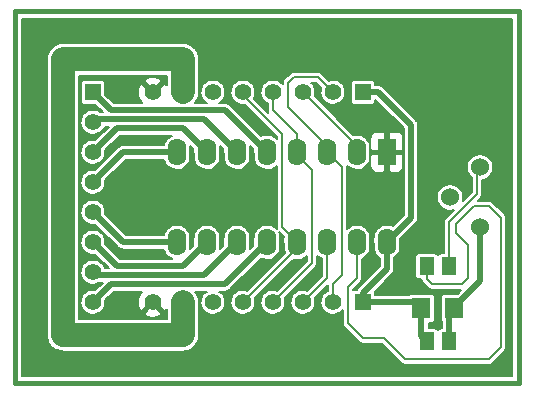
<source format=gtl>
G04 (created by PCBNEW-RS274X (2011-07-08)-stable) date Fri 07 Oct 2011 01:39:22 PM CEST*
G01*
G70*
G90*
%MOIN*%
G04 Gerber Fmt 3.4, Leading zero omitted, Abs format*
%FSLAX34Y34*%
G04 APERTURE LIST*
%ADD10C,0.006000*%
%ADD11C,0.015000*%
%ADD12R,0.055000X0.055000*%
%ADD13C,0.055000*%
%ADD14R,0.051100X0.059000*%
%ADD15R,0.062900X0.070800*%
%ADD16C,0.060000*%
%ADD17R,0.062000X0.090000*%
%ADD18O,0.062000X0.090000*%
%ADD19C,0.008000*%
%ADD20C,0.020000*%
%ADD21C,0.080000*%
G04 APERTURE END LIST*
G54D10*
G54D11*
X58500Y-29800D02*
X41700Y-29800D01*
X41700Y-17400D02*
X58500Y-17400D01*
X58500Y-29800D02*
X58500Y-17400D01*
X41700Y-17400D02*
X41700Y-29800D01*
G54D12*
X44300Y-20100D03*
G54D13*
X44300Y-21100D03*
X44300Y-22100D03*
X44300Y-23100D03*
X44300Y-24100D03*
X44300Y-25100D03*
X44300Y-26100D03*
X44300Y-27100D03*
G54D12*
X43300Y-20100D03*
G54D13*
X43300Y-21100D03*
X43300Y-22100D03*
X43300Y-23100D03*
X43300Y-24100D03*
X43300Y-25100D03*
X43300Y-26100D03*
X43300Y-27100D03*
G54D12*
X53300Y-20100D03*
G54D13*
X52300Y-20100D03*
X51300Y-20100D03*
X50300Y-20100D03*
X49300Y-20100D03*
X48300Y-20100D03*
X47300Y-20100D03*
X46300Y-20100D03*
G54D12*
X53300Y-27100D03*
G54D13*
X52300Y-27100D03*
X51300Y-27100D03*
X50300Y-27100D03*
X49300Y-27100D03*
X48300Y-27100D03*
X47300Y-27100D03*
X46300Y-27100D03*
G54D14*
X56174Y-25900D03*
X55426Y-25900D03*
G54D15*
X55249Y-27300D03*
X56351Y-27300D03*
G54D14*
X55426Y-28400D03*
X56174Y-28400D03*
G54D16*
X57200Y-24600D03*
X56200Y-23600D03*
X57200Y-22600D03*
G54D17*
X54100Y-22100D03*
G54D18*
X53100Y-22100D03*
X52100Y-22100D03*
X51100Y-22100D03*
X50100Y-22100D03*
X49100Y-22100D03*
X48100Y-22100D03*
X47100Y-22100D03*
X47100Y-25100D03*
X48100Y-25100D03*
X49100Y-25100D03*
X50100Y-25100D03*
X51100Y-25100D03*
X52100Y-25100D03*
X53100Y-25100D03*
X54100Y-25100D03*
G54D19*
X50300Y-20100D02*
X50300Y-20700D01*
X51100Y-21500D02*
X51100Y-22100D01*
X50300Y-20700D02*
X51100Y-21500D01*
X51100Y-22100D02*
X51100Y-22200D01*
X51600Y-25800D02*
X50300Y-27100D01*
X51600Y-22700D02*
X51600Y-25800D01*
X51100Y-22200D02*
X51600Y-22700D01*
X50600Y-22600D02*
X50600Y-24600D01*
X49300Y-20200D02*
X50600Y-21500D01*
X50600Y-21500D02*
X50600Y-22600D01*
X49300Y-20100D02*
X49300Y-20200D01*
X50600Y-24600D02*
X51100Y-25100D01*
X51100Y-25100D02*
X51100Y-25100D01*
X51100Y-25100D02*
X51100Y-25300D01*
X51100Y-25300D02*
X49300Y-27100D01*
G54D20*
X50100Y-22100D02*
X48700Y-20700D01*
X44900Y-20700D02*
X44300Y-20100D01*
X48700Y-20700D02*
X44900Y-20700D01*
X49100Y-22100D02*
X48000Y-21000D01*
X44200Y-21000D02*
X44300Y-21100D01*
X48000Y-21000D02*
X44200Y-21000D01*
X48100Y-22100D02*
X47300Y-21300D01*
X45100Y-21300D02*
X44300Y-22100D01*
X47300Y-21300D02*
X45100Y-21300D01*
X47100Y-22100D02*
X45300Y-22100D01*
X45300Y-22100D02*
X44300Y-23100D01*
X47100Y-25100D02*
X45300Y-25100D01*
X45300Y-25100D02*
X44300Y-24100D01*
X48100Y-25100D02*
X47300Y-25900D01*
X45100Y-25900D02*
X44300Y-25100D01*
X47300Y-25900D02*
X45100Y-25900D01*
X49100Y-25100D02*
X48000Y-26200D01*
X44200Y-26200D02*
X44300Y-26100D01*
X48000Y-26200D02*
X44200Y-26200D01*
X50100Y-25100D02*
X48700Y-26500D01*
X44900Y-26500D02*
X44300Y-27100D01*
X48700Y-26500D02*
X44900Y-26500D01*
G54D19*
X53100Y-22100D02*
X53100Y-21900D01*
X53100Y-21900D02*
X51300Y-20100D01*
X52100Y-22100D02*
X52100Y-21900D01*
X51800Y-19600D02*
X52300Y-20100D01*
X51000Y-19600D02*
X51800Y-19600D01*
X50800Y-19800D02*
X51000Y-19600D01*
X50800Y-20600D02*
X50800Y-19800D01*
X52100Y-21900D02*
X50800Y-20600D01*
X52600Y-26200D02*
X52600Y-22600D01*
X52300Y-26500D02*
X52600Y-26200D01*
X52300Y-27100D02*
X52300Y-26500D01*
X52600Y-22600D02*
X52100Y-22100D01*
X52100Y-25100D02*
X52100Y-26300D01*
X52100Y-26300D02*
X51300Y-27100D01*
G54D21*
X43300Y-21100D02*
X43300Y-20100D01*
X43300Y-22100D02*
X43300Y-21100D01*
X43300Y-23100D02*
X43300Y-22100D01*
X43300Y-24100D02*
X43300Y-23100D01*
X43300Y-25100D02*
X43300Y-24100D01*
X43300Y-26100D02*
X43300Y-25100D01*
X43300Y-27100D02*
X43300Y-26100D01*
X47300Y-27100D02*
X47300Y-28200D01*
X43300Y-28200D02*
X43300Y-27100D01*
X47300Y-28200D02*
X43300Y-28200D01*
X47300Y-20100D02*
X47300Y-19000D01*
X47300Y-19000D02*
X43300Y-19000D01*
X43300Y-19000D02*
X43300Y-20100D01*
G54D20*
X56351Y-27300D02*
X56351Y-27249D01*
X57200Y-26400D02*
X57200Y-24600D01*
X56351Y-27249D02*
X57200Y-26400D01*
X56174Y-28400D02*
X56174Y-27477D01*
X56174Y-27477D02*
X56351Y-27300D01*
G54D19*
X57100Y-23500D02*
X57100Y-22700D01*
X56174Y-24426D02*
X57100Y-23500D01*
X56174Y-25900D02*
X56174Y-24426D01*
X57100Y-22700D02*
X57200Y-22600D01*
X55426Y-25900D02*
X55426Y-26326D01*
X57000Y-23900D02*
X56400Y-24500D01*
X54700Y-29000D02*
X55700Y-29000D01*
X54000Y-28300D02*
X54700Y-29000D01*
X53100Y-26300D02*
X53100Y-25100D01*
X52800Y-27800D02*
X53300Y-28300D01*
X52800Y-26600D02*
X52800Y-27800D01*
X53100Y-26300D02*
X52800Y-26600D01*
X53300Y-28300D02*
X54000Y-28300D01*
X57900Y-24300D02*
X57500Y-23900D01*
X57900Y-28600D02*
X57900Y-24300D01*
X57500Y-29000D02*
X57900Y-28600D01*
X55700Y-29000D02*
X57500Y-29000D01*
X57500Y-23900D02*
X57000Y-23900D01*
X56400Y-24800D02*
X56400Y-24500D01*
X56800Y-25200D02*
X56400Y-24800D01*
X56800Y-26300D02*
X56800Y-25200D01*
X56600Y-26500D02*
X56800Y-26300D01*
X55600Y-26500D02*
X56600Y-26500D01*
X55426Y-26326D02*
X55600Y-26500D01*
G54D20*
X53300Y-20100D02*
X53800Y-20100D01*
X54900Y-24300D02*
X54100Y-25100D01*
X54900Y-21200D02*
X54900Y-24300D01*
X53800Y-20100D02*
X54900Y-21200D01*
X55249Y-27300D02*
X55249Y-28223D01*
X55249Y-28223D02*
X55426Y-28400D01*
X53300Y-27100D02*
X55049Y-27100D01*
X55049Y-27100D02*
X55249Y-27300D01*
X53300Y-27100D02*
X53300Y-26800D01*
X54100Y-26000D02*
X54100Y-25100D01*
X53300Y-26800D02*
X54100Y-26000D01*
G54D10*
G36*
X50428Y-24652D02*
X50387Y-24611D01*
X50314Y-24562D01*
X50233Y-24528D01*
X50147Y-24510D01*
X50059Y-24510D01*
X49973Y-24526D01*
X49891Y-24559D01*
X49818Y-24607D01*
X49755Y-24669D01*
X49705Y-24741D01*
X49671Y-24822D01*
X49653Y-24908D01*
X49651Y-24996D01*
X49651Y-25209D01*
X49541Y-25319D01*
X49547Y-25292D01*
X49549Y-25204D01*
X49548Y-24914D01*
X49531Y-24828D01*
X49497Y-24747D01*
X49449Y-24673D01*
X49387Y-24611D01*
X49314Y-24562D01*
X49233Y-24528D01*
X49147Y-24510D01*
X49059Y-24510D01*
X48973Y-24526D01*
X48891Y-24559D01*
X48818Y-24607D01*
X48755Y-24669D01*
X48705Y-24741D01*
X48671Y-24822D01*
X48653Y-24908D01*
X48651Y-24996D01*
X48651Y-25209D01*
X48541Y-25319D01*
X48547Y-25292D01*
X48549Y-25204D01*
X48548Y-24914D01*
X48531Y-24828D01*
X48497Y-24747D01*
X48449Y-24673D01*
X48387Y-24611D01*
X48314Y-24562D01*
X48233Y-24528D01*
X48147Y-24510D01*
X48059Y-24510D01*
X47973Y-24526D01*
X47891Y-24559D01*
X47818Y-24607D01*
X47755Y-24669D01*
X47705Y-24741D01*
X47671Y-24822D01*
X47653Y-24908D01*
X47651Y-24996D01*
X47651Y-25208D01*
X47541Y-25319D01*
X47547Y-25292D01*
X47549Y-25204D01*
X47548Y-24914D01*
X47531Y-24828D01*
X47497Y-24747D01*
X47449Y-24673D01*
X47387Y-24611D01*
X47314Y-24562D01*
X47233Y-24528D01*
X47147Y-24510D01*
X47059Y-24510D01*
X46973Y-24526D01*
X46891Y-24559D01*
X46818Y-24607D01*
X46755Y-24669D01*
X46705Y-24741D01*
X46671Y-24822D01*
X46663Y-24860D01*
X45400Y-24860D01*
X44709Y-24169D01*
X44714Y-24152D01*
X44715Y-24059D01*
X44699Y-23979D01*
X44668Y-23904D01*
X44623Y-23836D01*
X44566Y-23778D01*
X44498Y-23733D01*
X44423Y-23702D01*
X44343Y-23685D01*
X44262Y-23685D01*
X44182Y-23700D01*
X44107Y-23731D01*
X44038Y-23775D01*
X43980Y-23832D01*
X43934Y-23899D01*
X43902Y-23974D01*
X43886Y-24054D01*
X43884Y-24135D01*
X43899Y-24215D01*
X43929Y-24291D01*
X43973Y-24359D01*
X44030Y-24418D01*
X44097Y-24464D01*
X44171Y-24497D01*
X44251Y-24514D01*
X44332Y-24516D01*
X44369Y-24509D01*
X45130Y-25270D01*
X45145Y-25282D01*
X45164Y-25298D01*
X45167Y-25299D01*
X45205Y-25321D01*
X45207Y-25321D01*
X45250Y-25335D01*
X45252Y-25335D01*
X45297Y-25340D01*
X45299Y-25340D01*
X45300Y-25340D01*
X46662Y-25340D01*
X46669Y-25372D01*
X46703Y-25453D01*
X46751Y-25527D01*
X46813Y-25589D01*
X46886Y-25638D01*
X46938Y-25660D01*
X45199Y-25660D01*
X44709Y-25170D01*
X44714Y-25152D01*
X44715Y-25059D01*
X44699Y-24979D01*
X44668Y-24904D01*
X44623Y-24836D01*
X44566Y-24778D01*
X44498Y-24733D01*
X44423Y-24702D01*
X44343Y-24685D01*
X44262Y-24685D01*
X44182Y-24700D01*
X44107Y-24731D01*
X44038Y-24775D01*
X43980Y-24832D01*
X43934Y-24899D01*
X43902Y-24974D01*
X43886Y-25054D01*
X43884Y-25135D01*
X43899Y-25215D01*
X43929Y-25291D01*
X43973Y-25359D01*
X44030Y-25418D01*
X44097Y-25464D01*
X44171Y-25497D01*
X44251Y-25514D01*
X44332Y-25516D01*
X44369Y-25509D01*
X44820Y-25960D01*
X44691Y-25960D01*
X44668Y-25904D01*
X44623Y-25836D01*
X44566Y-25778D01*
X44498Y-25733D01*
X44423Y-25702D01*
X44343Y-25685D01*
X44262Y-25685D01*
X44182Y-25700D01*
X44107Y-25731D01*
X44038Y-25775D01*
X43980Y-25832D01*
X43934Y-25899D01*
X43902Y-25974D01*
X43886Y-26054D01*
X43884Y-26135D01*
X43899Y-26215D01*
X43929Y-26291D01*
X43973Y-26359D01*
X44030Y-26418D01*
X44097Y-26464D01*
X44171Y-26497D01*
X44251Y-26514D01*
X44332Y-26516D01*
X44412Y-26502D01*
X44488Y-26472D01*
X44538Y-26440D01*
X44620Y-26440D01*
X44369Y-26690D01*
X44343Y-26685D01*
X44262Y-26685D01*
X44182Y-26700D01*
X44107Y-26731D01*
X44038Y-26775D01*
X43980Y-26832D01*
X43934Y-26899D01*
X43902Y-26974D01*
X43886Y-27054D01*
X43884Y-27135D01*
X43899Y-27215D01*
X43929Y-27291D01*
X43973Y-27359D01*
X44030Y-27418D01*
X44097Y-27464D01*
X44171Y-27497D01*
X44251Y-27514D01*
X44332Y-27516D01*
X44412Y-27502D01*
X44488Y-27472D01*
X44557Y-27428D01*
X44616Y-27372D01*
X44663Y-27306D01*
X44696Y-27231D01*
X44714Y-27152D01*
X44715Y-27059D01*
X44709Y-27030D01*
X44999Y-26740D01*
X45929Y-26740D01*
X45864Y-26805D01*
X45895Y-26836D01*
X45852Y-26848D01*
X45811Y-26939D01*
X45789Y-27038D01*
X45787Y-27138D01*
X45804Y-27237D01*
X45840Y-27331D01*
X45852Y-27352D01*
X45939Y-27376D01*
X46187Y-27128D01*
X46215Y-27100D01*
X46300Y-27015D01*
X46385Y-27100D01*
X46413Y-27128D01*
X46661Y-27376D01*
X46748Y-27352D01*
X46760Y-27325D01*
X46760Y-27660D01*
X46576Y-27660D01*
X46576Y-27461D01*
X46300Y-27185D01*
X46215Y-27270D01*
X46024Y-27461D01*
X46048Y-27548D01*
X46139Y-27589D01*
X46238Y-27611D01*
X46338Y-27613D01*
X46437Y-27596D01*
X46531Y-27560D01*
X46552Y-27548D01*
X46576Y-27461D01*
X46576Y-27660D01*
X43840Y-27660D01*
X43840Y-27108D01*
X43840Y-27100D01*
X43840Y-26108D01*
X43840Y-26100D01*
X43840Y-25108D01*
X43840Y-25100D01*
X43840Y-24108D01*
X43840Y-24100D01*
X43840Y-23108D01*
X43840Y-23100D01*
X43840Y-22108D01*
X43840Y-22100D01*
X43840Y-21108D01*
X43840Y-21100D01*
X43840Y-20108D01*
X43840Y-20100D01*
X43840Y-19540D01*
X46760Y-19540D01*
X46760Y-19869D01*
X46748Y-19848D01*
X46661Y-19824D01*
X46576Y-19909D01*
X46576Y-19739D01*
X46552Y-19652D01*
X46461Y-19611D01*
X46362Y-19589D01*
X46262Y-19587D01*
X46163Y-19604D01*
X46069Y-19640D01*
X46048Y-19652D01*
X46024Y-19739D01*
X46300Y-20015D01*
X46576Y-19739D01*
X46576Y-19909D01*
X46413Y-20072D01*
X46385Y-20100D01*
X46300Y-20185D01*
X46215Y-20100D01*
X46187Y-20072D01*
X45939Y-19824D01*
X45852Y-19848D01*
X45811Y-19939D01*
X45789Y-20038D01*
X45787Y-20138D01*
X45804Y-20237D01*
X45840Y-20331D01*
X45852Y-20352D01*
X45895Y-20363D01*
X45864Y-20395D01*
X45929Y-20460D01*
X44999Y-20460D01*
X44714Y-20174D01*
X44714Y-19811D01*
X44709Y-19784D01*
X44698Y-19759D01*
X44683Y-19736D01*
X44664Y-19717D01*
X44641Y-19702D01*
X44616Y-19691D01*
X44589Y-19686D01*
X44562Y-19686D01*
X44011Y-19686D01*
X43984Y-19691D01*
X43959Y-19702D01*
X43936Y-19717D01*
X43917Y-19736D01*
X43902Y-19759D01*
X43891Y-19784D01*
X43886Y-19811D01*
X43886Y-19838D01*
X43886Y-20389D01*
X43891Y-20416D01*
X43902Y-20441D01*
X43917Y-20464D01*
X43936Y-20483D01*
X43959Y-20498D01*
X43984Y-20509D01*
X44011Y-20514D01*
X44038Y-20514D01*
X44374Y-20514D01*
X44620Y-20760D01*
X44538Y-20760D01*
X44498Y-20733D01*
X44423Y-20702D01*
X44343Y-20685D01*
X44262Y-20685D01*
X44182Y-20700D01*
X44107Y-20731D01*
X44038Y-20775D01*
X43980Y-20832D01*
X43934Y-20899D01*
X43902Y-20974D01*
X43886Y-21054D01*
X43884Y-21135D01*
X43899Y-21215D01*
X43929Y-21291D01*
X43973Y-21359D01*
X44030Y-21418D01*
X44097Y-21464D01*
X44171Y-21497D01*
X44251Y-21514D01*
X44332Y-21516D01*
X44412Y-21502D01*
X44488Y-21472D01*
X44557Y-21428D01*
X44616Y-21372D01*
X44663Y-21306D01*
X44692Y-21240D01*
X44820Y-21240D01*
X44369Y-21690D01*
X44343Y-21685D01*
X44262Y-21685D01*
X44182Y-21700D01*
X44107Y-21731D01*
X44038Y-21775D01*
X43980Y-21832D01*
X43934Y-21899D01*
X43902Y-21974D01*
X43886Y-22054D01*
X43884Y-22135D01*
X43899Y-22215D01*
X43929Y-22291D01*
X43973Y-22359D01*
X44030Y-22418D01*
X44097Y-22464D01*
X44171Y-22497D01*
X44251Y-22514D01*
X44332Y-22516D01*
X44412Y-22502D01*
X44488Y-22472D01*
X44557Y-22428D01*
X44616Y-22372D01*
X44663Y-22306D01*
X44696Y-22231D01*
X44714Y-22152D01*
X44715Y-22059D01*
X44709Y-22030D01*
X45199Y-21540D01*
X46938Y-21540D01*
X46891Y-21559D01*
X46818Y-21607D01*
X46755Y-21669D01*
X46705Y-21741D01*
X46671Y-21822D01*
X46663Y-21860D01*
X45302Y-21860D01*
X45300Y-21860D01*
X45291Y-21860D01*
X45256Y-21864D01*
X45211Y-21877D01*
X45209Y-21877D01*
X45209Y-21878D01*
X45167Y-21900D01*
X45155Y-21909D01*
X45132Y-21928D01*
X45130Y-21930D01*
X44369Y-22690D01*
X44343Y-22685D01*
X44262Y-22685D01*
X44182Y-22700D01*
X44107Y-22731D01*
X44038Y-22775D01*
X43980Y-22832D01*
X43934Y-22899D01*
X43902Y-22974D01*
X43886Y-23054D01*
X43884Y-23135D01*
X43899Y-23215D01*
X43929Y-23291D01*
X43973Y-23359D01*
X44030Y-23418D01*
X44097Y-23464D01*
X44171Y-23497D01*
X44251Y-23514D01*
X44332Y-23516D01*
X44412Y-23502D01*
X44488Y-23472D01*
X44557Y-23428D01*
X44616Y-23372D01*
X44663Y-23306D01*
X44696Y-23231D01*
X44714Y-23152D01*
X44715Y-23059D01*
X44709Y-23030D01*
X45400Y-22340D01*
X46662Y-22340D01*
X46669Y-22372D01*
X46703Y-22453D01*
X46751Y-22527D01*
X46813Y-22589D01*
X46886Y-22638D01*
X46967Y-22672D01*
X47053Y-22690D01*
X47141Y-22690D01*
X47227Y-22674D01*
X47309Y-22641D01*
X47382Y-22593D01*
X47445Y-22531D01*
X47495Y-22459D01*
X47529Y-22378D01*
X47547Y-22292D01*
X47549Y-22204D01*
X47548Y-21914D01*
X47541Y-21880D01*
X47651Y-21990D01*
X47651Y-21996D01*
X47652Y-22286D01*
X47669Y-22372D01*
X47703Y-22453D01*
X47751Y-22527D01*
X47813Y-22589D01*
X47886Y-22638D01*
X47967Y-22672D01*
X48053Y-22690D01*
X48141Y-22690D01*
X48227Y-22674D01*
X48309Y-22641D01*
X48382Y-22593D01*
X48445Y-22531D01*
X48495Y-22459D01*
X48529Y-22378D01*
X48547Y-22292D01*
X48549Y-22204D01*
X48548Y-21914D01*
X48541Y-21880D01*
X48651Y-21990D01*
X48651Y-21996D01*
X48652Y-22286D01*
X48669Y-22372D01*
X48703Y-22453D01*
X48751Y-22527D01*
X48813Y-22589D01*
X48886Y-22638D01*
X48967Y-22672D01*
X49053Y-22690D01*
X49141Y-22690D01*
X49227Y-22674D01*
X49309Y-22641D01*
X49382Y-22593D01*
X49445Y-22531D01*
X49495Y-22459D01*
X49529Y-22378D01*
X49547Y-22292D01*
X49549Y-22204D01*
X49548Y-21914D01*
X49541Y-21880D01*
X49651Y-21990D01*
X49651Y-21996D01*
X49652Y-22286D01*
X49669Y-22372D01*
X49703Y-22453D01*
X49751Y-22527D01*
X49813Y-22589D01*
X49886Y-22638D01*
X49967Y-22672D01*
X50053Y-22690D01*
X50141Y-22690D01*
X50227Y-22674D01*
X50309Y-22641D01*
X50382Y-22593D01*
X50420Y-22555D01*
X50420Y-22597D01*
X50420Y-22600D01*
X50420Y-24598D01*
X50420Y-24600D01*
X50423Y-24635D01*
X50428Y-24652D01*
X50428Y-24652D01*
G37*
G54D19*
X50428Y-24652D02*
X50387Y-24611D01*
X50314Y-24562D01*
X50233Y-24528D01*
X50147Y-24510D01*
X50059Y-24510D01*
X49973Y-24526D01*
X49891Y-24559D01*
X49818Y-24607D01*
X49755Y-24669D01*
X49705Y-24741D01*
X49671Y-24822D01*
X49653Y-24908D01*
X49651Y-24996D01*
X49651Y-25209D01*
X49541Y-25319D01*
X49547Y-25292D01*
X49549Y-25204D01*
X49548Y-24914D01*
X49531Y-24828D01*
X49497Y-24747D01*
X49449Y-24673D01*
X49387Y-24611D01*
X49314Y-24562D01*
X49233Y-24528D01*
X49147Y-24510D01*
X49059Y-24510D01*
X48973Y-24526D01*
X48891Y-24559D01*
X48818Y-24607D01*
X48755Y-24669D01*
X48705Y-24741D01*
X48671Y-24822D01*
X48653Y-24908D01*
X48651Y-24996D01*
X48651Y-25209D01*
X48541Y-25319D01*
X48547Y-25292D01*
X48549Y-25204D01*
X48548Y-24914D01*
X48531Y-24828D01*
X48497Y-24747D01*
X48449Y-24673D01*
X48387Y-24611D01*
X48314Y-24562D01*
X48233Y-24528D01*
X48147Y-24510D01*
X48059Y-24510D01*
X47973Y-24526D01*
X47891Y-24559D01*
X47818Y-24607D01*
X47755Y-24669D01*
X47705Y-24741D01*
X47671Y-24822D01*
X47653Y-24908D01*
X47651Y-24996D01*
X47651Y-25208D01*
X47541Y-25319D01*
X47547Y-25292D01*
X47549Y-25204D01*
X47548Y-24914D01*
X47531Y-24828D01*
X47497Y-24747D01*
X47449Y-24673D01*
X47387Y-24611D01*
X47314Y-24562D01*
X47233Y-24528D01*
X47147Y-24510D01*
X47059Y-24510D01*
X46973Y-24526D01*
X46891Y-24559D01*
X46818Y-24607D01*
X46755Y-24669D01*
X46705Y-24741D01*
X46671Y-24822D01*
X46663Y-24860D01*
X45400Y-24860D01*
X44709Y-24169D01*
X44714Y-24152D01*
X44715Y-24059D01*
X44699Y-23979D01*
X44668Y-23904D01*
X44623Y-23836D01*
X44566Y-23778D01*
X44498Y-23733D01*
X44423Y-23702D01*
X44343Y-23685D01*
X44262Y-23685D01*
X44182Y-23700D01*
X44107Y-23731D01*
X44038Y-23775D01*
X43980Y-23832D01*
X43934Y-23899D01*
X43902Y-23974D01*
X43886Y-24054D01*
X43884Y-24135D01*
X43899Y-24215D01*
X43929Y-24291D01*
X43973Y-24359D01*
X44030Y-24418D01*
X44097Y-24464D01*
X44171Y-24497D01*
X44251Y-24514D01*
X44332Y-24516D01*
X44369Y-24509D01*
X45130Y-25270D01*
X45145Y-25282D01*
X45164Y-25298D01*
X45167Y-25299D01*
X45205Y-25321D01*
X45207Y-25321D01*
X45250Y-25335D01*
X45252Y-25335D01*
X45297Y-25340D01*
X45299Y-25340D01*
X45300Y-25340D01*
X46662Y-25340D01*
X46669Y-25372D01*
X46703Y-25453D01*
X46751Y-25527D01*
X46813Y-25589D01*
X46886Y-25638D01*
X46938Y-25660D01*
X45199Y-25660D01*
X44709Y-25170D01*
X44714Y-25152D01*
X44715Y-25059D01*
X44699Y-24979D01*
X44668Y-24904D01*
X44623Y-24836D01*
X44566Y-24778D01*
X44498Y-24733D01*
X44423Y-24702D01*
X44343Y-24685D01*
X44262Y-24685D01*
X44182Y-24700D01*
X44107Y-24731D01*
X44038Y-24775D01*
X43980Y-24832D01*
X43934Y-24899D01*
X43902Y-24974D01*
X43886Y-25054D01*
X43884Y-25135D01*
X43899Y-25215D01*
X43929Y-25291D01*
X43973Y-25359D01*
X44030Y-25418D01*
X44097Y-25464D01*
X44171Y-25497D01*
X44251Y-25514D01*
X44332Y-25516D01*
X44369Y-25509D01*
X44820Y-25960D01*
X44691Y-25960D01*
X44668Y-25904D01*
X44623Y-25836D01*
X44566Y-25778D01*
X44498Y-25733D01*
X44423Y-25702D01*
X44343Y-25685D01*
X44262Y-25685D01*
X44182Y-25700D01*
X44107Y-25731D01*
X44038Y-25775D01*
X43980Y-25832D01*
X43934Y-25899D01*
X43902Y-25974D01*
X43886Y-26054D01*
X43884Y-26135D01*
X43899Y-26215D01*
X43929Y-26291D01*
X43973Y-26359D01*
X44030Y-26418D01*
X44097Y-26464D01*
X44171Y-26497D01*
X44251Y-26514D01*
X44332Y-26516D01*
X44412Y-26502D01*
X44488Y-26472D01*
X44538Y-26440D01*
X44620Y-26440D01*
X44369Y-26690D01*
X44343Y-26685D01*
X44262Y-26685D01*
X44182Y-26700D01*
X44107Y-26731D01*
X44038Y-26775D01*
X43980Y-26832D01*
X43934Y-26899D01*
X43902Y-26974D01*
X43886Y-27054D01*
X43884Y-27135D01*
X43899Y-27215D01*
X43929Y-27291D01*
X43973Y-27359D01*
X44030Y-27418D01*
X44097Y-27464D01*
X44171Y-27497D01*
X44251Y-27514D01*
X44332Y-27516D01*
X44412Y-27502D01*
X44488Y-27472D01*
X44557Y-27428D01*
X44616Y-27372D01*
X44663Y-27306D01*
X44696Y-27231D01*
X44714Y-27152D01*
X44715Y-27059D01*
X44709Y-27030D01*
X44999Y-26740D01*
X45929Y-26740D01*
X45864Y-26805D01*
X45895Y-26836D01*
X45852Y-26848D01*
X45811Y-26939D01*
X45789Y-27038D01*
X45787Y-27138D01*
X45804Y-27237D01*
X45840Y-27331D01*
X45852Y-27352D01*
X45939Y-27376D01*
X46187Y-27128D01*
X46215Y-27100D01*
X46300Y-27015D01*
X46385Y-27100D01*
X46413Y-27128D01*
X46661Y-27376D01*
X46748Y-27352D01*
X46760Y-27325D01*
X46760Y-27660D01*
X46576Y-27660D01*
X46576Y-27461D01*
X46300Y-27185D01*
X46215Y-27270D01*
X46024Y-27461D01*
X46048Y-27548D01*
X46139Y-27589D01*
X46238Y-27611D01*
X46338Y-27613D01*
X46437Y-27596D01*
X46531Y-27560D01*
X46552Y-27548D01*
X46576Y-27461D01*
X46576Y-27660D01*
X43840Y-27660D01*
X43840Y-27108D01*
X43840Y-27100D01*
X43840Y-26108D01*
X43840Y-26100D01*
X43840Y-25108D01*
X43840Y-25100D01*
X43840Y-24108D01*
X43840Y-24100D01*
X43840Y-23108D01*
X43840Y-23100D01*
X43840Y-22108D01*
X43840Y-22100D01*
X43840Y-21108D01*
X43840Y-21100D01*
X43840Y-20108D01*
X43840Y-20100D01*
X43840Y-19540D01*
X46760Y-19540D01*
X46760Y-19869D01*
X46748Y-19848D01*
X46661Y-19824D01*
X46576Y-19909D01*
X46576Y-19739D01*
X46552Y-19652D01*
X46461Y-19611D01*
X46362Y-19589D01*
X46262Y-19587D01*
X46163Y-19604D01*
X46069Y-19640D01*
X46048Y-19652D01*
X46024Y-19739D01*
X46300Y-20015D01*
X46576Y-19739D01*
X46576Y-19909D01*
X46413Y-20072D01*
X46385Y-20100D01*
X46300Y-20185D01*
X46215Y-20100D01*
X46187Y-20072D01*
X45939Y-19824D01*
X45852Y-19848D01*
X45811Y-19939D01*
X45789Y-20038D01*
X45787Y-20138D01*
X45804Y-20237D01*
X45840Y-20331D01*
X45852Y-20352D01*
X45895Y-20363D01*
X45864Y-20395D01*
X45929Y-20460D01*
X44999Y-20460D01*
X44714Y-20174D01*
X44714Y-19811D01*
X44709Y-19784D01*
X44698Y-19759D01*
X44683Y-19736D01*
X44664Y-19717D01*
X44641Y-19702D01*
X44616Y-19691D01*
X44589Y-19686D01*
X44562Y-19686D01*
X44011Y-19686D01*
X43984Y-19691D01*
X43959Y-19702D01*
X43936Y-19717D01*
X43917Y-19736D01*
X43902Y-19759D01*
X43891Y-19784D01*
X43886Y-19811D01*
X43886Y-19838D01*
X43886Y-20389D01*
X43891Y-20416D01*
X43902Y-20441D01*
X43917Y-20464D01*
X43936Y-20483D01*
X43959Y-20498D01*
X43984Y-20509D01*
X44011Y-20514D01*
X44038Y-20514D01*
X44374Y-20514D01*
X44620Y-20760D01*
X44538Y-20760D01*
X44498Y-20733D01*
X44423Y-20702D01*
X44343Y-20685D01*
X44262Y-20685D01*
X44182Y-20700D01*
X44107Y-20731D01*
X44038Y-20775D01*
X43980Y-20832D01*
X43934Y-20899D01*
X43902Y-20974D01*
X43886Y-21054D01*
X43884Y-21135D01*
X43899Y-21215D01*
X43929Y-21291D01*
X43973Y-21359D01*
X44030Y-21418D01*
X44097Y-21464D01*
X44171Y-21497D01*
X44251Y-21514D01*
X44332Y-21516D01*
X44412Y-21502D01*
X44488Y-21472D01*
X44557Y-21428D01*
X44616Y-21372D01*
X44663Y-21306D01*
X44692Y-21240D01*
X44820Y-21240D01*
X44369Y-21690D01*
X44343Y-21685D01*
X44262Y-21685D01*
X44182Y-21700D01*
X44107Y-21731D01*
X44038Y-21775D01*
X43980Y-21832D01*
X43934Y-21899D01*
X43902Y-21974D01*
X43886Y-22054D01*
X43884Y-22135D01*
X43899Y-22215D01*
X43929Y-22291D01*
X43973Y-22359D01*
X44030Y-22418D01*
X44097Y-22464D01*
X44171Y-22497D01*
X44251Y-22514D01*
X44332Y-22516D01*
X44412Y-22502D01*
X44488Y-22472D01*
X44557Y-22428D01*
X44616Y-22372D01*
X44663Y-22306D01*
X44696Y-22231D01*
X44714Y-22152D01*
X44715Y-22059D01*
X44709Y-22030D01*
X45199Y-21540D01*
X46938Y-21540D01*
X46891Y-21559D01*
X46818Y-21607D01*
X46755Y-21669D01*
X46705Y-21741D01*
X46671Y-21822D01*
X46663Y-21860D01*
X45302Y-21860D01*
X45300Y-21860D01*
X45291Y-21860D01*
X45256Y-21864D01*
X45211Y-21877D01*
X45209Y-21877D01*
X45209Y-21878D01*
X45167Y-21900D01*
X45155Y-21909D01*
X45132Y-21928D01*
X45130Y-21930D01*
X44369Y-22690D01*
X44343Y-22685D01*
X44262Y-22685D01*
X44182Y-22700D01*
X44107Y-22731D01*
X44038Y-22775D01*
X43980Y-22832D01*
X43934Y-22899D01*
X43902Y-22974D01*
X43886Y-23054D01*
X43884Y-23135D01*
X43899Y-23215D01*
X43929Y-23291D01*
X43973Y-23359D01*
X44030Y-23418D01*
X44097Y-23464D01*
X44171Y-23497D01*
X44251Y-23514D01*
X44332Y-23516D01*
X44412Y-23502D01*
X44488Y-23472D01*
X44557Y-23428D01*
X44616Y-23372D01*
X44663Y-23306D01*
X44696Y-23231D01*
X44714Y-23152D01*
X44715Y-23059D01*
X44709Y-23030D01*
X45400Y-22340D01*
X46662Y-22340D01*
X46669Y-22372D01*
X46703Y-22453D01*
X46751Y-22527D01*
X46813Y-22589D01*
X46886Y-22638D01*
X46967Y-22672D01*
X47053Y-22690D01*
X47141Y-22690D01*
X47227Y-22674D01*
X47309Y-22641D01*
X47382Y-22593D01*
X47445Y-22531D01*
X47495Y-22459D01*
X47529Y-22378D01*
X47547Y-22292D01*
X47549Y-22204D01*
X47548Y-21914D01*
X47541Y-21880D01*
X47651Y-21990D01*
X47651Y-21996D01*
X47652Y-22286D01*
X47669Y-22372D01*
X47703Y-22453D01*
X47751Y-22527D01*
X47813Y-22589D01*
X47886Y-22638D01*
X47967Y-22672D01*
X48053Y-22690D01*
X48141Y-22690D01*
X48227Y-22674D01*
X48309Y-22641D01*
X48382Y-22593D01*
X48445Y-22531D01*
X48495Y-22459D01*
X48529Y-22378D01*
X48547Y-22292D01*
X48549Y-22204D01*
X48548Y-21914D01*
X48541Y-21880D01*
X48651Y-21990D01*
X48651Y-21996D01*
X48652Y-22286D01*
X48669Y-22372D01*
X48703Y-22453D01*
X48751Y-22527D01*
X48813Y-22589D01*
X48886Y-22638D01*
X48967Y-22672D01*
X49053Y-22690D01*
X49141Y-22690D01*
X49227Y-22674D01*
X49309Y-22641D01*
X49382Y-22593D01*
X49445Y-22531D01*
X49495Y-22459D01*
X49529Y-22378D01*
X49547Y-22292D01*
X49549Y-22204D01*
X49548Y-21914D01*
X49541Y-21880D01*
X49651Y-21990D01*
X49651Y-21996D01*
X49652Y-22286D01*
X49669Y-22372D01*
X49703Y-22453D01*
X49751Y-22527D01*
X49813Y-22589D01*
X49886Y-22638D01*
X49967Y-22672D01*
X50053Y-22690D01*
X50141Y-22690D01*
X50227Y-22674D01*
X50309Y-22641D01*
X50382Y-22593D01*
X50420Y-22555D01*
X50420Y-22597D01*
X50420Y-22600D01*
X50420Y-24598D01*
X50420Y-24600D01*
X50423Y-24635D01*
X50428Y-24652D01*
G54D10*
G36*
X58260Y-29560D02*
X58080Y-29560D01*
X58080Y-28603D01*
X58080Y-28601D01*
X58080Y-28600D01*
X58080Y-24302D01*
X58080Y-24300D01*
X58077Y-24266D01*
X58077Y-24265D01*
X58066Y-24233D01*
X58066Y-24231D01*
X58050Y-24201D01*
X58050Y-24200D01*
X58032Y-24179D01*
X58029Y-24174D01*
X58028Y-24173D01*
X58027Y-24172D01*
X57633Y-23779D01*
X57629Y-23774D01*
X57627Y-23773D01*
X57602Y-23751D01*
X57600Y-23750D01*
X57571Y-23735D01*
X57570Y-23734D01*
X57569Y-23734D01*
X57535Y-23723D01*
X57509Y-23720D01*
X57503Y-23720D01*
X57501Y-23720D01*
X57500Y-23720D01*
X57134Y-23720D01*
X57225Y-23629D01*
X57226Y-23629D01*
X57226Y-23628D01*
X57227Y-23628D01*
X57249Y-23602D01*
X57250Y-23601D01*
X57265Y-23571D01*
X57266Y-23569D01*
X57271Y-23551D01*
X57276Y-23537D01*
X57276Y-23536D01*
X57280Y-23503D01*
X57280Y-23501D01*
X57280Y-23500D01*
X57280Y-23032D01*
X57319Y-23026D01*
X57399Y-22995D01*
X57472Y-22948D01*
X57535Y-22889D01*
X57584Y-22818D01*
X57619Y-22740D01*
X57639Y-22656D01*
X57640Y-22557D01*
X57623Y-22472D01*
X57590Y-22393D01*
X57543Y-22321D01*
X57482Y-22259D01*
X57410Y-22211D01*
X57331Y-22178D01*
X57246Y-22160D01*
X57160Y-22160D01*
X57075Y-22176D01*
X56995Y-22208D01*
X56923Y-22255D01*
X56861Y-22316D01*
X56813Y-22387D01*
X56779Y-22466D01*
X56761Y-22551D01*
X56759Y-22637D01*
X56775Y-22722D01*
X56807Y-22802D01*
X56853Y-22874D01*
X56913Y-22937D01*
X56920Y-22941D01*
X56920Y-23425D01*
X56623Y-23722D01*
X56639Y-23656D01*
X56640Y-23557D01*
X56623Y-23472D01*
X56590Y-23393D01*
X56543Y-23321D01*
X56482Y-23259D01*
X56410Y-23211D01*
X56331Y-23178D01*
X56246Y-23160D01*
X56160Y-23160D01*
X56075Y-23176D01*
X55995Y-23208D01*
X55923Y-23255D01*
X55861Y-23316D01*
X55813Y-23387D01*
X55779Y-23466D01*
X55761Y-23551D01*
X55759Y-23637D01*
X55775Y-23722D01*
X55807Y-23802D01*
X55853Y-23874D01*
X55913Y-23937D01*
X55984Y-23986D01*
X56063Y-24020D01*
X56148Y-24039D01*
X56234Y-24041D01*
X56319Y-24026D01*
X56053Y-24292D01*
X56048Y-24297D01*
X56025Y-24324D01*
X56009Y-24355D01*
X56008Y-24355D01*
X56008Y-24357D01*
X55997Y-24391D01*
X55994Y-24417D01*
X55994Y-24423D01*
X55994Y-24425D01*
X55994Y-24426D01*
X55994Y-25466D01*
X55905Y-25466D01*
X55878Y-25471D01*
X55853Y-25482D01*
X55830Y-25497D01*
X55811Y-25516D01*
X55800Y-25532D01*
X55789Y-25516D01*
X55770Y-25497D01*
X55747Y-25482D01*
X55722Y-25471D01*
X55695Y-25466D01*
X55668Y-25466D01*
X55157Y-25466D01*
X55130Y-25471D01*
X55105Y-25482D01*
X55082Y-25497D01*
X55063Y-25516D01*
X55048Y-25539D01*
X55037Y-25564D01*
X55032Y-25591D01*
X55032Y-25618D01*
X55032Y-26209D01*
X55037Y-26236D01*
X55048Y-26261D01*
X55063Y-26284D01*
X55082Y-26303D01*
X55105Y-26318D01*
X55130Y-26329D01*
X55157Y-26334D01*
X55184Y-26334D01*
X55246Y-26334D01*
X55249Y-26361D01*
X55258Y-26390D01*
X55259Y-26392D01*
X55260Y-26395D01*
X55275Y-26424D01*
X55276Y-26426D01*
X55297Y-26451D01*
X55298Y-26453D01*
X55299Y-26453D01*
X55303Y-26457D01*
X55466Y-26620D01*
X55471Y-26626D01*
X55473Y-26627D01*
X55498Y-26649D01*
X55500Y-26650D01*
X55529Y-26665D01*
X55531Y-26666D01*
X55563Y-26676D01*
X55565Y-26677D01*
X55591Y-26679D01*
X55597Y-26680D01*
X55599Y-26680D01*
X55600Y-26680D01*
X56580Y-26680D01*
X56453Y-26807D01*
X56023Y-26807D01*
X55996Y-26812D01*
X55971Y-26823D01*
X55948Y-26838D01*
X55929Y-26857D01*
X55914Y-26880D01*
X55903Y-26905D01*
X55898Y-26932D01*
X55898Y-26959D01*
X55898Y-27668D01*
X55903Y-27695D01*
X55914Y-27720D01*
X55929Y-27743D01*
X55934Y-27748D01*
X55934Y-27966D01*
X55905Y-27966D01*
X55878Y-27971D01*
X55853Y-27982D01*
X55830Y-27997D01*
X55811Y-28016D01*
X55800Y-28032D01*
X55789Y-28016D01*
X55770Y-27997D01*
X55747Y-27982D01*
X55722Y-27971D01*
X55695Y-27966D01*
X55668Y-27966D01*
X55489Y-27966D01*
X55489Y-27793D01*
X55577Y-27793D01*
X55604Y-27788D01*
X55629Y-27777D01*
X55652Y-27762D01*
X55671Y-27743D01*
X55686Y-27720D01*
X55697Y-27695D01*
X55702Y-27668D01*
X55702Y-27641D01*
X55702Y-26932D01*
X55697Y-26905D01*
X55686Y-26880D01*
X55671Y-26857D01*
X55652Y-26838D01*
X55629Y-26823D01*
X55604Y-26812D01*
X55577Y-26807D01*
X55550Y-26807D01*
X54921Y-26807D01*
X54894Y-26812D01*
X54869Y-26823D01*
X54846Y-26838D01*
X54827Y-26857D01*
X54825Y-26860D01*
X53714Y-26860D01*
X53714Y-26811D01*
X53709Y-26784D01*
X53698Y-26759D01*
X53691Y-26748D01*
X54268Y-26171D01*
X54269Y-26170D01*
X54271Y-26166D01*
X54298Y-26136D01*
X54299Y-26133D01*
X54321Y-26095D01*
X54321Y-26093D01*
X54335Y-26050D01*
X54335Y-26048D01*
X54340Y-26003D01*
X54340Y-26000D01*
X54340Y-25620D01*
X54382Y-25593D01*
X54445Y-25531D01*
X54495Y-25459D01*
X54529Y-25378D01*
X54547Y-25292D01*
X54549Y-25204D01*
X54548Y-24991D01*
X55068Y-24471D01*
X55069Y-24470D01*
X55071Y-24466D01*
X55098Y-24436D01*
X55099Y-24433D01*
X55121Y-24395D01*
X55121Y-24393D01*
X55135Y-24350D01*
X55135Y-24348D01*
X55140Y-24303D01*
X55140Y-24300D01*
X55140Y-21200D01*
X55137Y-21172D01*
X55136Y-21156D01*
X55135Y-21153D01*
X55123Y-21110D01*
X55122Y-21109D01*
X55103Y-21072D01*
X55101Y-21069D01*
X55100Y-21067D01*
X55077Y-21039D01*
X55071Y-21032D01*
X55070Y-21031D01*
X55069Y-21030D01*
X53971Y-19932D01*
X53970Y-19930D01*
X53954Y-19917D01*
X53936Y-19902D01*
X53895Y-19879D01*
X53850Y-19865D01*
X53803Y-19860D01*
X53801Y-19860D01*
X53800Y-19860D01*
X53714Y-19860D01*
X53714Y-19811D01*
X53709Y-19784D01*
X53698Y-19759D01*
X53683Y-19736D01*
X53664Y-19717D01*
X53641Y-19702D01*
X53616Y-19691D01*
X53589Y-19686D01*
X53562Y-19686D01*
X53011Y-19686D01*
X52984Y-19691D01*
X52959Y-19702D01*
X52936Y-19717D01*
X52917Y-19736D01*
X52902Y-19759D01*
X52891Y-19784D01*
X52886Y-19811D01*
X52886Y-19838D01*
X52886Y-20389D01*
X52891Y-20416D01*
X52902Y-20441D01*
X52917Y-20464D01*
X52936Y-20483D01*
X52959Y-20498D01*
X52984Y-20509D01*
X53011Y-20514D01*
X53038Y-20514D01*
X53589Y-20514D01*
X53616Y-20509D01*
X53641Y-20498D01*
X53664Y-20483D01*
X53683Y-20464D01*
X53698Y-20441D01*
X53709Y-20416D01*
X53714Y-20389D01*
X53714Y-20362D01*
X53714Y-20353D01*
X54660Y-21299D01*
X54660Y-24200D01*
X54650Y-24210D01*
X54650Y-22575D01*
X54650Y-22528D01*
X54650Y-22220D01*
X54650Y-21980D01*
X54650Y-21672D01*
X54650Y-21625D01*
X54641Y-21579D01*
X54622Y-21536D01*
X54596Y-21497D01*
X54563Y-21463D01*
X54524Y-21437D01*
X54480Y-21419D01*
X54434Y-21410D01*
X54220Y-21410D01*
X54160Y-21470D01*
X54160Y-22040D01*
X54590Y-22040D01*
X54650Y-21980D01*
X54650Y-22220D01*
X54590Y-22160D01*
X54160Y-22160D01*
X54160Y-22730D01*
X54220Y-22790D01*
X54434Y-22790D01*
X54480Y-22781D01*
X54524Y-22763D01*
X54563Y-22737D01*
X54596Y-22703D01*
X54622Y-22664D01*
X54641Y-22621D01*
X54650Y-22575D01*
X54650Y-24210D01*
X54303Y-24557D01*
X54233Y-24528D01*
X54147Y-24510D01*
X54059Y-24510D01*
X54040Y-24513D01*
X54040Y-22730D01*
X54040Y-22160D01*
X54040Y-22040D01*
X54040Y-21470D01*
X53980Y-21410D01*
X53766Y-21410D01*
X53720Y-21419D01*
X53676Y-21437D01*
X53637Y-21463D01*
X53604Y-21497D01*
X53578Y-21536D01*
X53559Y-21579D01*
X53550Y-21625D01*
X53550Y-21672D01*
X53550Y-21980D01*
X53610Y-22040D01*
X54040Y-22040D01*
X54040Y-22160D01*
X53610Y-22160D01*
X53550Y-22220D01*
X53550Y-22528D01*
X53550Y-22575D01*
X53559Y-22621D01*
X53578Y-22664D01*
X53604Y-22703D01*
X53637Y-22737D01*
X53676Y-22763D01*
X53720Y-22781D01*
X53766Y-22790D01*
X53980Y-22790D01*
X54040Y-22730D01*
X54040Y-24513D01*
X53973Y-24526D01*
X53891Y-24559D01*
X53818Y-24607D01*
X53755Y-24669D01*
X53705Y-24741D01*
X53671Y-24822D01*
X53653Y-24908D01*
X53651Y-24996D01*
X53652Y-25286D01*
X53669Y-25372D01*
X53703Y-25453D01*
X53751Y-25527D01*
X53813Y-25589D01*
X53860Y-25620D01*
X53860Y-25900D01*
X53130Y-26630D01*
X53117Y-26645D01*
X53102Y-26664D01*
X53089Y-26686D01*
X53011Y-26686D01*
X52984Y-26691D01*
X52980Y-26692D01*
X52980Y-26674D01*
X53220Y-26433D01*
X53226Y-26429D01*
X53227Y-26427D01*
X53246Y-26405D01*
X53249Y-26402D01*
X53250Y-26401D01*
X53265Y-26371D01*
X53266Y-26369D01*
X53276Y-26337D01*
X53277Y-26336D01*
X53279Y-26308D01*
X53280Y-26303D01*
X53280Y-26301D01*
X53280Y-26300D01*
X53280Y-25652D01*
X53309Y-25641D01*
X53382Y-25593D01*
X53445Y-25531D01*
X53495Y-25459D01*
X53529Y-25378D01*
X53547Y-25292D01*
X53549Y-25204D01*
X53548Y-24914D01*
X53531Y-24828D01*
X53497Y-24747D01*
X53449Y-24673D01*
X53387Y-24611D01*
X53314Y-24562D01*
X53233Y-24528D01*
X53147Y-24510D01*
X53059Y-24510D01*
X52973Y-24526D01*
X52891Y-24559D01*
X52818Y-24607D01*
X52780Y-24644D01*
X52780Y-22602D01*
X52780Y-22600D01*
X52777Y-22567D01*
X52777Y-22565D01*
X52771Y-22547D01*
X52813Y-22589D01*
X52886Y-22638D01*
X52967Y-22672D01*
X53053Y-22690D01*
X53141Y-22690D01*
X53227Y-22674D01*
X53309Y-22641D01*
X53382Y-22593D01*
X53445Y-22531D01*
X53495Y-22459D01*
X53529Y-22378D01*
X53547Y-22292D01*
X53549Y-22204D01*
X53548Y-21914D01*
X53531Y-21828D01*
X53497Y-21747D01*
X53449Y-21673D01*
X53387Y-21611D01*
X53314Y-21562D01*
X53233Y-21528D01*
X53147Y-21510D01*
X53059Y-21510D01*
X52979Y-21524D01*
X51692Y-20238D01*
X51696Y-20231D01*
X51714Y-20152D01*
X51715Y-20059D01*
X51699Y-19979D01*
X51668Y-19904D01*
X51623Y-19836D01*
X51567Y-19780D01*
X51726Y-19780D01*
X51907Y-19961D01*
X51902Y-19974D01*
X51886Y-20054D01*
X51884Y-20135D01*
X51899Y-20215D01*
X51929Y-20291D01*
X51973Y-20359D01*
X52030Y-20418D01*
X52097Y-20464D01*
X52171Y-20497D01*
X52251Y-20514D01*
X52332Y-20516D01*
X52412Y-20502D01*
X52488Y-20472D01*
X52557Y-20428D01*
X52616Y-20372D01*
X52663Y-20306D01*
X52696Y-20231D01*
X52714Y-20152D01*
X52715Y-20059D01*
X52699Y-19979D01*
X52668Y-19904D01*
X52623Y-19836D01*
X52566Y-19778D01*
X52498Y-19733D01*
X52423Y-19702D01*
X52343Y-19685D01*
X52262Y-19685D01*
X52182Y-19700D01*
X52162Y-19708D01*
X51933Y-19479D01*
X51929Y-19474D01*
X51927Y-19473D01*
X51902Y-19451D01*
X51900Y-19450D01*
X51871Y-19435D01*
X51870Y-19434D01*
X51869Y-19434D01*
X51835Y-19423D01*
X51809Y-19420D01*
X51803Y-19420D01*
X51801Y-19420D01*
X51800Y-19420D01*
X51002Y-19420D01*
X51000Y-19420D01*
X50965Y-19423D01*
X50931Y-19434D01*
X50900Y-19450D01*
X50879Y-19467D01*
X50874Y-19471D01*
X50873Y-19472D01*
X50872Y-19473D01*
X50679Y-19666D01*
X50674Y-19671D01*
X50651Y-19698D01*
X50635Y-19729D01*
X50634Y-19729D01*
X50634Y-19731D01*
X50623Y-19765D01*
X50620Y-19791D01*
X50620Y-19797D01*
X50620Y-19799D01*
X50620Y-19800D01*
X50620Y-19832D01*
X50566Y-19778D01*
X50498Y-19733D01*
X50423Y-19702D01*
X50343Y-19685D01*
X50262Y-19685D01*
X50182Y-19700D01*
X50107Y-19731D01*
X50038Y-19775D01*
X49980Y-19832D01*
X49934Y-19899D01*
X49902Y-19974D01*
X49886Y-20054D01*
X49884Y-20135D01*
X49899Y-20215D01*
X49929Y-20291D01*
X49973Y-20359D01*
X50030Y-20418D01*
X50097Y-20464D01*
X50120Y-20474D01*
X50120Y-20698D01*
X50120Y-20700D01*
X50123Y-20735D01*
X50132Y-20764D01*
X50133Y-20766D01*
X50134Y-20769D01*
X50145Y-20790D01*
X49661Y-20307D01*
X49663Y-20306D01*
X49696Y-20231D01*
X49714Y-20152D01*
X49715Y-20059D01*
X49699Y-19979D01*
X49668Y-19904D01*
X49623Y-19836D01*
X49566Y-19778D01*
X49498Y-19733D01*
X49423Y-19702D01*
X49343Y-19685D01*
X49262Y-19685D01*
X49182Y-19700D01*
X49107Y-19731D01*
X49038Y-19775D01*
X48980Y-19832D01*
X48934Y-19899D01*
X48902Y-19974D01*
X48886Y-20054D01*
X48884Y-20135D01*
X48899Y-20215D01*
X48929Y-20291D01*
X48973Y-20359D01*
X49030Y-20418D01*
X49097Y-20464D01*
X49171Y-20497D01*
X49251Y-20514D01*
X49332Y-20516D01*
X49357Y-20511D01*
X50420Y-21574D01*
X50420Y-21644D01*
X50387Y-21611D01*
X50314Y-21562D01*
X50233Y-21528D01*
X50147Y-21510D01*
X50059Y-21510D01*
X49973Y-21526D01*
X49896Y-21556D01*
X48871Y-20532D01*
X48870Y-20530D01*
X48854Y-20517D01*
X48836Y-20502D01*
X48795Y-20479D01*
X48750Y-20465D01*
X48703Y-20460D01*
X48701Y-20460D01*
X48700Y-20460D01*
X48506Y-20460D01*
X48557Y-20428D01*
X48616Y-20372D01*
X48663Y-20306D01*
X48696Y-20231D01*
X48714Y-20152D01*
X48715Y-20059D01*
X48699Y-19979D01*
X48668Y-19904D01*
X48623Y-19836D01*
X48566Y-19778D01*
X48498Y-19733D01*
X48423Y-19702D01*
X48343Y-19685D01*
X48262Y-19685D01*
X48182Y-19700D01*
X48107Y-19731D01*
X48038Y-19775D01*
X47980Y-19832D01*
X47934Y-19899D01*
X47902Y-19974D01*
X47886Y-20054D01*
X47884Y-20135D01*
X47899Y-20215D01*
X47929Y-20291D01*
X47973Y-20359D01*
X48030Y-20418D01*
X48091Y-20460D01*
X47699Y-20460D01*
X47746Y-20405D01*
X47796Y-20313D01*
X47828Y-20212D01*
X47840Y-20108D01*
X47840Y-20100D01*
X47840Y-19004D01*
X47840Y-19000D01*
X47830Y-18899D01*
X47830Y-18895D01*
X47812Y-18837D01*
X47801Y-18798D01*
X47799Y-18794D01*
X47791Y-18778D01*
X47752Y-18704D01*
X47750Y-18702D01*
X47750Y-18701D01*
X47722Y-18667D01*
X47686Y-18622D01*
X47684Y-18620D01*
X47683Y-18619D01*
X47644Y-18586D01*
X47605Y-18554D01*
X47603Y-18553D01*
X47602Y-18552D01*
X47538Y-18518D01*
X47513Y-18504D01*
X47512Y-18503D01*
X47509Y-18502D01*
X47412Y-18472D01*
X47409Y-18471D01*
X47347Y-18464D01*
X47308Y-18460D01*
X47304Y-18460D01*
X47300Y-18460D01*
X43304Y-18460D01*
X43300Y-18460D01*
X43195Y-18470D01*
X43137Y-18487D01*
X43098Y-18499D01*
X43094Y-18500D01*
X43094Y-18501D01*
X43078Y-18509D01*
X43004Y-18548D01*
X43002Y-18549D01*
X43001Y-18550D01*
X42967Y-18577D01*
X42922Y-18614D01*
X42920Y-18615D01*
X42919Y-18617D01*
X42886Y-18656D01*
X42854Y-18695D01*
X42853Y-18696D01*
X42852Y-18698D01*
X42818Y-18761D01*
X42804Y-18787D01*
X42803Y-18787D01*
X42802Y-18791D01*
X42771Y-18891D01*
X42764Y-18952D01*
X42760Y-18992D01*
X42760Y-18996D01*
X42760Y-19000D01*
X42760Y-20092D01*
X42760Y-20100D01*
X42760Y-21092D01*
X42760Y-21100D01*
X42760Y-22092D01*
X42760Y-22100D01*
X42760Y-23092D01*
X42760Y-23100D01*
X42760Y-24092D01*
X42760Y-24100D01*
X42760Y-25092D01*
X42760Y-25100D01*
X42760Y-26092D01*
X42760Y-26100D01*
X42760Y-27092D01*
X42760Y-27100D01*
X42760Y-28196D01*
X42760Y-28200D01*
X42770Y-28305D01*
X42787Y-28363D01*
X42799Y-28402D01*
X42800Y-28405D01*
X42801Y-28406D01*
X42809Y-28421D01*
X42848Y-28496D01*
X42849Y-28497D01*
X42850Y-28499D01*
X42877Y-28533D01*
X42914Y-28578D01*
X42915Y-28579D01*
X42917Y-28581D01*
X42956Y-28613D01*
X42995Y-28646D01*
X42996Y-28646D01*
X42998Y-28648D01*
X43061Y-28682D01*
X43087Y-28696D01*
X43091Y-28698D01*
X43188Y-28728D01*
X43191Y-28729D01*
X43252Y-28735D01*
X43292Y-28740D01*
X43296Y-28740D01*
X43300Y-28740D01*
X47296Y-28740D01*
X47300Y-28740D01*
X47401Y-28730D01*
X47405Y-28730D01*
X47463Y-28712D01*
X47502Y-28701D01*
X47505Y-28699D01*
X47506Y-28699D01*
X47521Y-28691D01*
X47596Y-28652D01*
X47597Y-28650D01*
X47599Y-28650D01*
X47633Y-28622D01*
X47678Y-28586D01*
X47679Y-28584D01*
X47681Y-28583D01*
X47713Y-28544D01*
X47746Y-28505D01*
X47746Y-28503D01*
X47748Y-28502D01*
X47782Y-28438D01*
X47796Y-28413D01*
X47796Y-28412D01*
X47798Y-28409D01*
X47828Y-28312D01*
X47829Y-28309D01*
X47835Y-28247D01*
X47840Y-28208D01*
X47840Y-28204D01*
X47840Y-28200D01*
X47840Y-27100D01*
X47830Y-26995D01*
X47799Y-26894D01*
X47750Y-26801D01*
X47700Y-26740D01*
X48092Y-26740D01*
X48038Y-26775D01*
X47980Y-26832D01*
X47934Y-26899D01*
X47902Y-26974D01*
X47886Y-27054D01*
X47884Y-27135D01*
X47899Y-27215D01*
X47929Y-27291D01*
X47973Y-27359D01*
X48030Y-27418D01*
X48097Y-27464D01*
X48171Y-27497D01*
X48251Y-27514D01*
X48332Y-27516D01*
X48412Y-27502D01*
X48488Y-27472D01*
X48557Y-27428D01*
X48616Y-27372D01*
X48663Y-27306D01*
X48696Y-27231D01*
X48714Y-27152D01*
X48715Y-27059D01*
X48699Y-26979D01*
X48668Y-26904D01*
X48623Y-26836D01*
X48566Y-26778D01*
X48508Y-26740D01*
X48698Y-26740D01*
X48700Y-26740D01*
X48708Y-26739D01*
X48744Y-26736D01*
X48747Y-26735D01*
X48789Y-26723D01*
X48791Y-26722D01*
X48831Y-26702D01*
X48833Y-26700D01*
X48868Y-26672D01*
X48869Y-26670D01*
X48870Y-26670D01*
X49896Y-25642D01*
X49967Y-25672D01*
X50053Y-25690D01*
X50141Y-25690D01*
X50227Y-25674D01*
X50309Y-25641D01*
X50382Y-25593D01*
X50445Y-25531D01*
X50495Y-25459D01*
X50529Y-25378D01*
X50547Y-25292D01*
X50549Y-25204D01*
X50548Y-24914D01*
X50531Y-24828D01*
X50499Y-24753D01*
X50653Y-24907D01*
X50653Y-24908D01*
X50651Y-24996D01*
X50652Y-25286D01*
X50669Y-25372D01*
X50699Y-25445D01*
X49437Y-26708D01*
X49423Y-26702D01*
X49343Y-26685D01*
X49262Y-26685D01*
X49182Y-26700D01*
X49107Y-26731D01*
X49038Y-26775D01*
X48980Y-26832D01*
X48934Y-26899D01*
X48902Y-26974D01*
X48886Y-27054D01*
X48884Y-27135D01*
X48899Y-27215D01*
X48929Y-27291D01*
X48973Y-27359D01*
X49030Y-27418D01*
X49097Y-27464D01*
X49171Y-27497D01*
X49251Y-27514D01*
X49332Y-27516D01*
X49412Y-27502D01*
X49488Y-27472D01*
X49557Y-27428D01*
X49616Y-27372D01*
X49663Y-27306D01*
X49696Y-27231D01*
X49714Y-27152D01*
X49715Y-27059D01*
X49699Y-26979D01*
X49692Y-26962D01*
X50980Y-25674D01*
X51053Y-25690D01*
X51141Y-25690D01*
X51227Y-25674D01*
X51309Y-25641D01*
X51382Y-25593D01*
X51420Y-25555D01*
X51420Y-25725D01*
X50437Y-26708D01*
X50423Y-26702D01*
X50343Y-26685D01*
X50262Y-26685D01*
X50182Y-26700D01*
X50107Y-26731D01*
X50038Y-26775D01*
X49980Y-26832D01*
X49934Y-26899D01*
X49902Y-26974D01*
X49886Y-27054D01*
X49884Y-27135D01*
X49899Y-27215D01*
X49929Y-27291D01*
X49973Y-27359D01*
X50030Y-27418D01*
X50097Y-27464D01*
X50171Y-27497D01*
X50251Y-27514D01*
X50332Y-27516D01*
X50412Y-27502D01*
X50488Y-27472D01*
X50557Y-27428D01*
X50616Y-27372D01*
X50663Y-27306D01*
X50696Y-27231D01*
X50714Y-27152D01*
X50715Y-27059D01*
X50699Y-26979D01*
X50692Y-26962D01*
X51725Y-25929D01*
X51726Y-25929D01*
X51726Y-25928D01*
X51727Y-25928D01*
X51749Y-25902D01*
X51750Y-25901D01*
X51765Y-25871D01*
X51766Y-25869D01*
X51771Y-25851D01*
X51776Y-25837D01*
X51776Y-25836D01*
X51780Y-25803D01*
X51780Y-25801D01*
X51780Y-25800D01*
X51780Y-25556D01*
X51813Y-25589D01*
X51886Y-25638D01*
X51920Y-25652D01*
X51920Y-26225D01*
X51437Y-26708D01*
X51423Y-26702D01*
X51343Y-26685D01*
X51262Y-26685D01*
X51182Y-26700D01*
X51107Y-26731D01*
X51038Y-26775D01*
X50980Y-26832D01*
X50934Y-26899D01*
X50902Y-26974D01*
X50886Y-27054D01*
X50884Y-27135D01*
X50899Y-27215D01*
X50929Y-27291D01*
X50973Y-27359D01*
X51030Y-27418D01*
X51097Y-27464D01*
X51171Y-27497D01*
X51251Y-27514D01*
X51332Y-27516D01*
X51412Y-27502D01*
X51488Y-27472D01*
X51557Y-27428D01*
X51616Y-27372D01*
X51663Y-27306D01*
X51696Y-27231D01*
X51714Y-27152D01*
X51715Y-27059D01*
X51699Y-26979D01*
X51692Y-26962D01*
X52120Y-26534D01*
X52120Y-26725D01*
X52107Y-26731D01*
X52038Y-26775D01*
X51980Y-26832D01*
X51934Y-26899D01*
X51902Y-26974D01*
X51886Y-27054D01*
X51884Y-27135D01*
X51899Y-27215D01*
X51929Y-27291D01*
X51973Y-27359D01*
X52030Y-27418D01*
X52097Y-27464D01*
X52171Y-27497D01*
X52251Y-27514D01*
X52332Y-27516D01*
X52412Y-27502D01*
X52488Y-27472D01*
X52557Y-27428D01*
X52616Y-27372D01*
X52620Y-27366D01*
X52620Y-27798D01*
X52620Y-27800D01*
X52623Y-27835D01*
X52632Y-27864D01*
X52633Y-27866D01*
X52634Y-27869D01*
X52649Y-27898D01*
X52650Y-27900D01*
X52671Y-27925D01*
X52672Y-27927D01*
X52673Y-27927D01*
X52677Y-27931D01*
X53166Y-28420D01*
X53171Y-28426D01*
X53173Y-28427D01*
X53198Y-28449D01*
X53200Y-28450D01*
X53229Y-28465D01*
X53231Y-28466D01*
X53263Y-28476D01*
X53265Y-28477D01*
X53291Y-28479D01*
X53297Y-28480D01*
X53299Y-28480D01*
X53300Y-28480D01*
X53925Y-28480D01*
X54570Y-29125D01*
X54571Y-29126D01*
X54572Y-29127D01*
X54576Y-29130D01*
X54598Y-29149D01*
X54599Y-29149D01*
X54629Y-29165D01*
X54631Y-29165D01*
X54663Y-29176D01*
X54664Y-29176D01*
X54697Y-29180D01*
X54699Y-29180D01*
X54700Y-29180D01*
X55697Y-29180D01*
X55700Y-29180D01*
X57498Y-29180D01*
X57500Y-29180D01*
X57533Y-29177D01*
X57535Y-29177D01*
X57564Y-29167D01*
X57566Y-29167D01*
X57566Y-29166D01*
X57569Y-29166D01*
X57598Y-29151D01*
X57600Y-29150D01*
X57625Y-29129D01*
X57627Y-29128D01*
X57627Y-29127D01*
X57631Y-29122D01*
X58025Y-28729D01*
X58026Y-28729D01*
X58026Y-28728D01*
X58027Y-28728D01*
X58030Y-28724D01*
X58049Y-28702D01*
X58049Y-28701D01*
X58065Y-28671D01*
X58065Y-28670D01*
X58066Y-28669D01*
X58071Y-28651D01*
X58076Y-28637D01*
X58076Y-28636D01*
X58080Y-28603D01*
X58080Y-29560D01*
X41940Y-29560D01*
X41940Y-17640D01*
X58260Y-17640D01*
X58260Y-29560D01*
X58260Y-29560D01*
G37*
G54D19*
X58260Y-29560D02*
X58080Y-29560D01*
X58080Y-28603D01*
X58080Y-28601D01*
X58080Y-28600D01*
X58080Y-24302D01*
X58080Y-24300D01*
X58077Y-24266D01*
X58077Y-24265D01*
X58066Y-24233D01*
X58066Y-24231D01*
X58050Y-24201D01*
X58050Y-24200D01*
X58032Y-24179D01*
X58029Y-24174D01*
X58028Y-24173D01*
X58027Y-24172D01*
X57633Y-23779D01*
X57629Y-23774D01*
X57627Y-23773D01*
X57602Y-23751D01*
X57600Y-23750D01*
X57571Y-23735D01*
X57570Y-23734D01*
X57569Y-23734D01*
X57535Y-23723D01*
X57509Y-23720D01*
X57503Y-23720D01*
X57501Y-23720D01*
X57500Y-23720D01*
X57134Y-23720D01*
X57225Y-23629D01*
X57226Y-23629D01*
X57226Y-23628D01*
X57227Y-23628D01*
X57249Y-23602D01*
X57250Y-23601D01*
X57265Y-23571D01*
X57266Y-23569D01*
X57271Y-23551D01*
X57276Y-23537D01*
X57276Y-23536D01*
X57280Y-23503D01*
X57280Y-23501D01*
X57280Y-23500D01*
X57280Y-23032D01*
X57319Y-23026D01*
X57399Y-22995D01*
X57472Y-22948D01*
X57535Y-22889D01*
X57584Y-22818D01*
X57619Y-22740D01*
X57639Y-22656D01*
X57640Y-22557D01*
X57623Y-22472D01*
X57590Y-22393D01*
X57543Y-22321D01*
X57482Y-22259D01*
X57410Y-22211D01*
X57331Y-22178D01*
X57246Y-22160D01*
X57160Y-22160D01*
X57075Y-22176D01*
X56995Y-22208D01*
X56923Y-22255D01*
X56861Y-22316D01*
X56813Y-22387D01*
X56779Y-22466D01*
X56761Y-22551D01*
X56759Y-22637D01*
X56775Y-22722D01*
X56807Y-22802D01*
X56853Y-22874D01*
X56913Y-22937D01*
X56920Y-22941D01*
X56920Y-23425D01*
X56623Y-23722D01*
X56639Y-23656D01*
X56640Y-23557D01*
X56623Y-23472D01*
X56590Y-23393D01*
X56543Y-23321D01*
X56482Y-23259D01*
X56410Y-23211D01*
X56331Y-23178D01*
X56246Y-23160D01*
X56160Y-23160D01*
X56075Y-23176D01*
X55995Y-23208D01*
X55923Y-23255D01*
X55861Y-23316D01*
X55813Y-23387D01*
X55779Y-23466D01*
X55761Y-23551D01*
X55759Y-23637D01*
X55775Y-23722D01*
X55807Y-23802D01*
X55853Y-23874D01*
X55913Y-23937D01*
X55984Y-23986D01*
X56063Y-24020D01*
X56148Y-24039D01*
X56234Y-24041D01*
X56319Y-24026D01*
X56053Y-24292D01*
X56048Y-24297D01*
X56025Y-24324D01*
X56009Y-24355D01*
X56008Y-24355D01*
X56008Y-24357D01*
X55997Y-24391D01*
X55994Y-24417D01*
X55994Y-24423D01*
X55994Y-24425D01*
X55994Y-24426D01*
X55994Y-25466D01*
X55905Y-25466D01*
X55878Y-25471D01*
X55853Y-25482D01*
X55830Y-25497D01*
X55811Y-25516D01*
X55800Y-25532D01*
X55789Y-25516D01*
X55770Y-25497D01*
X55747Y-25482D01*
X55722Y-25471D01*
X55695Y-25466D01*
X55668Y-25466D01*
X55157Y-25466D01*
X55130Y-25471D01*
X55105Y-25482D01*
X55082Y-25497D01*
X55063Y-25516D01*
X55048Y-25539D01*
X55037Y-25564D01*
X55032Y-25591D01*
X55032Y-25618D01*
X55032Y-26209D01*
X55037Y-26236D01*
X55048Y-26261D01*
X55063Y-26284D01*
X55082Y-26303D01*
X55105Y-26318D01*
X55130Y-26329D01*
X55157Y-26334D01*
X55184Y-26334D01*
X55246Y-26334D01*
X55249Y-26361D01*
X55258Y-26390D01*
X55259Y-26392D01*
X55260Y-26395D01*
X55275Y-26424D01*
X55276Y-26426D01*
X55297Y-26451D01*
X55298Y-26453D01*
X55299Y-26453D01*
X55303Y-26457D01*
X55466Y-26620D01*
X55471Y-26626D01*
X55473Y-26627D01*
X55498Y-26649D01*
X55500Y-26650D01*
X55529Y-26665D01*
X55531Y-26666D01*
X55563Y-26676D01*
X55565Y-26677D01*
X55591Y-26679D01*
X55597Y-26680D01*
X55599Y-26680D01*
X55600Y-26680D01*
X56580Y-26680D01*
X56453Y-26807D01*
X56023Y-26807D01*
X55996Y-26812D01*
X55971Y-26823D01*
X55948Y-26838D01*
X55929Y-26857D01*
X55914Y-26880D01*
X55903Y-26905D01*
X55898Y-26932D01*
X55898Y-26959D01*
X55898Y-27668D01*
X55903Y-27695D01*
X55914Y-27720D01*
X55929Y-27743D01*
X55934Y-27748D01*
X55934Y-27966D01*
X55905Y-27966D01*
X55878Y-27971D01*
X55853Y-27982D01*
X55830Y-27997D01*
X55811Y-28016D01*
X55800Y-28032D01*
X55789Y-28016D01*
X55770Y-27997D01*
X55747Y-27982D01*
X55722Y-27971D01*
X55695Y-27966D01*
X55668Y-27966D01*
X55489Y-27966D01*
X55489Y-27793D01*
X55577Y-27793D01*
X55604Y-27788D01*
X55629Y-27777D01*
X55652Y-27762D01*
X55671Y-27743D01*
X55686Y-27720D01*
X55697Y-27695D01*
X55702Y-27668D01*
X55702Y-27641D01*
X55702Y-26932D01*
X55697Y-26905D01*
X55686Y-26880D01*
X55671Y-26857D01*
X55652Y-26838D01*
X55629Y-26823D01*
X55604Y-26812D01*
X55577Y-26807D01*
X55550Y-26807D01*
X54921Y-26807D01*
X54894Y-26812D01*
X54869Y-26823D01*
X54846Y-26838D01*
X54827Y-26857D01*
X54825Y-26860D01*
X53714Y-26860D01*
X53714Y-26811D01*
X53709Y-26784D01*
X53698Y-26759D01*
X53691Y-26748D01*
X54268Y-26171D01*
X54269Y-26170D01*
X54271Y-26166D01*
X54298Y-26136D01*
X54299Y-26133D01*
X54321Y-26095D01*
X54321Y-26093D01*
X54335Y-26050D01*
X54335Y-26048D01*
X54340Y-26003D01*
X54340Y-26000D01*
X54340Y-25620D01*
X54382Y-25593D01*
X54445Y-25531D01*
X54495Y-25459D01*
X54529Y-25378D01*
X54547Y-25292D01*
X54549Y-25204D01*
X54548Y-24991D01*
X55068Y-24471D01*
X55069Y-24470D01*
X55071Y-24466D01*
X55098Y-24436D01*
X55099Y-24433D01*
X55121Y-24395D01*
X55121Y-24393D01*
X55135Y-24350D01*
X55135Y-24348D01*
X55140Y-24303D01*
X55140Y-24300D01*
X55140Y-21200D01*
X55137Y-21172D01*
X55136Y-21156D01*
X55135Y-21153D01*
X55123Y-21110D01*
X55122Y-21109D01*
X55103Y-21072D01*
X55101Y-21069D01*
X55100Y-21067D01*
X55077Y-21039D01*
X55071Y-21032D01*
X55070Y-21031D01*
X55069Y-21030D01*
X53971Y-19932D01*
X53970Y-19930D01*
X53954Y-19917D01*
X53936Y-19902D01*
X53895Y-19879D01*
X53850Y-19865D01*
X53803Y-19860D01*
X53801Y-19860D01*
X53800Y-19860D01*
X53714Y-19860D01*
X53714Y-19811D01*
X53709Y-19784D01*
X53698Y-19759D01*
X53683Y-19736D01*
X53664Y-19717D01*
X53641Y-19702D01*
X53616Y-19691D01*
X53589Y-19686D01*
X53562Y-19686D01*
X53011Y-19686D01*
X52984Y-19691D01*
X52959Y-19702D01*
X52936Y-19717D01*
X52917Y-19736D01*
X52902Y-19759D01*
X52891Y-19784D01*
X52886Y-19811D01*
X52886Y-19838D01*
X52886Y-20389D01*
X52891Y-20416D01*
X52902Y-20441D01*
X52917Y-20464D01*
X52936Y-20483D01*
X52959Y-20498D01*
X52984Y-20509D01*
X53011Y-20514D01*
X53038Y-20514D01*
X53589Y-20514D01*
X53616Y-20509D01*
X53641Y-20498D01*
X53664Y-20483D01*
X53683Y-20464D01*
X53698Y-20441D01*
X53709Y-20416D01*
X53714Y-20389D01*
X53714Y-20362D01*
X53714Y-20353D01*
X54660Y-21299D01*
X54660Y-24200D01*
X54650Y-24210D01*
X54650Y-22575D01*
X54650Y-22528D01*
X54650Y-22220D01*
X54650Y-21980D01*
X54650Y-21672D01*
X54650Y-21625D01*
X54641Y-21579D01*
X54622Y-21536D01*
X54596Y-21497D01*
X54563Y-21463D01*
X54524Y-21437D01*
X54480Y-21419D01*
X54434Y-21410D01*
X54220Y-21410D01*
X54160Y-21470D01*
X54160Y-22040D01*
X54590Y-22040D01*
X54650Y-21980D01*
X54650Y-22220D01*
X54590Y-22160D01*
X54160Y-22160D01*
X54160Y-22730D01*
X54220Y-22790D01*
X54434Y-22790D01*
X54480Y-22781D01*
X54524Y-22763D01*
X54563Y-22737D01*
X54596Y-22703D01*
X54622Y-22664D01*
X54641Y-22621D01*
X54650Y-22575D01*
X54650Y-24210D01*
X54303Y-24557D01*
X54233Y-24528D01*
X54147Y-24510D01*
X54059Y-24510D01*
X54040Y-24513D01*
X54040Y-22730D01*
X54040Y-22160D01*
X54040Y-22040D01*
X54040Y-21470D01*
X53980Y-21410D01*
X53766Y-21410D01*
X53720Y-21419D01*
X53676Y-21437D01*
X53637Y-21463D01*
X53604Y-21497D01*
X53578Y-21536D01*
X53559Y-21579D01*
X53550Y-21625D01*
X53550Y-21672D01*
X53550Y-21980D01*
X53610Y-22040D01*
X54040Y-22040D01*
X54040Y-22160D01*
X53610Y-22160D01*
X53550Y-22220D01*
X53550Y-22528D01*
X53550Y-22575D01*
X53559Y-22621D01*
X53578Y-22664D01*
X53604Y-22703D01*
X53637Y-22737D01*
X53676Y-22763D01*
X53720Y-22781D01*
X53766Y-22790D01*
X53980Y-22790D01*
X54040Y-22730D01*
X54040Y-24513D01*
X53973Y-24526D01*
X53891Y-24559D01*
X53818Y-24607D01*
X53755Y-24669D01*
X53705Y-24741D01*
X53671Y-24822D01*
X53653Y-24908D01*
X53651Y-24996D01*
X53652Y-25286D01*
X53669Y-25372D01*
X53703Y-25453D01*
X53751Y-25527D01*
X53813Y-25589D01*
X53860Y-25620D01*
X53860Y-25900D01*
X53130Y-26630D01*
X53117Y-26645D01*
X53102Y-26664D01*
X53089Y-26686D01*
X53011Y-26686D01*
X52984Y-26691D01*
X52980Y-26692D01*
X52980Y-26674D01*
X53220Y-26433D01*
X53226Y-26429D01*
X53227Y-26427D01*
X53246Y-26405D01*
X53249Y-26402D01*
X53250Y-26401D01*
X53265Y-26371D01*
X53266Y-26369D01*
X53276Y-26337D01*
X53277Y-26336D01*
X53279Y-26308D01*
X53280Y-26303D01*
X53280Y-26301D01*
X53280Y-26300D01*
X53280Y-25652D01*
X53309Y-25641D01*
X53382Y-25593D01*
X53445Y-25531D01*
X53495Y-25459D01*
X53529Y-25378D01*
X53547Y-25292D01*
X53549Y-25204D01*
X53548Y-24914D01*
X53531Y-24828D01*
X53497Y-24747D01*
X53449Y-24673D01*
X53387Y-24611D01*
X53314Y-24562D01*
X53233Y-24528D01*
X53147Y-24510D01*
X53059Y-24510D01*
X52973Y-24526D01*
X52891Y-24559D01*
X52818Y-24607D01*
X52780Y-24644D01*
X52780Y-22602D01*
X52780Y-22600D01*
X52777Y-22567D01*
X52777Y-22565D01*
X52771Y-22547D01*
X52813Y-22589D01*
X52886Y-22638D01*
X52967Y-22672D01*
X53053Y-22690D01*
X53141Y-22690D01*
X53227Y-22674D01*
X53309Y-22641D01*
X53382Y-22593D01*
X53445Y-22531D01*
X53495Y-22459D01*
X53529Y-22378D01*
X53547Y-22292D01*
X53549Y-22204D01*
X53548Y-21914D01*
X53531Y-21828D01*
X53497Y-21747D01*
X53449Y-21673D01*
X53387Y-21611D01*
X53314Y-21562D01*
X53233Y-21528D01*
X53147Y-21510D01*
X53059Y-21510D01*
X52979Y-21524D01*
X51692Y-20238D01*
X51696Y-20231D01*
X51714Y-20152D01*
X51715Y-20059D01*
X51699Y-19979D01*
X51668Y-19904D01*
X51623Y-19836D01*
X51567Y-19780D01*
X51726Y-19780D01*
X51907Y-19961D01*
X51902Y-19974D01*
X51886Y-20054D01*
X51884Y-20135D01*
X51899Y-20215D01*
X51929Y-20291D01*
X51973Y-20359D01*
X52030Y-20418D01*
X52097Y-20464D01*
X52171Y-20497D01*
X52251Y-20514D01*
X52332Y-20516D01*
X52412Y-20502D01*
X52488Y-20472D01*
X52557Y-20428D01*
X52616Y-20372D01*
X52663Y-20306D01*
X52696Y-20231D01*
X52714Y-20152D01*
X52715Y-20059D01*
X52699Y-19979D01*
X52668Y-19904D01*
X52623Y-19836D01*
X52566Y-19778D01*
X52498Y-19733D01*
X52423Y-19702D01*
X52343Y-19685D01*
X52262Y-19685D01*
X52182Y-19700D01*
X52162Y-19708D01*
X51933Y-19479D01*
X51929Y-19474D01*
X51927Y-19473D01*
X51902Y-19451D01*
X51900Y-19450D01*
X51871Y-19435D01*
X51870Y-19434D01*
X51869Y-19434D01*
X51835Y-19423D01*
X51809Y-19420D01*
X51803Y-19420D01*
X51801Y-19420D01*
X51800Y-19420D01*
X51002Y-19420D01*
X51000Y-19420D01*
X50965Y-19423D01*
X50931Y-19434D01*
X50900Y-19450D01*
X50879Y-19467D01*
X50874Y-19471D01*
X50873Y-19472D01*
X50872Y-19473D01*
X50679Y-19666D01*
X50674Y-19671D01*
X50651Y-19698D01*
X50635Y-19729D01*
X50634Y-19729D01*
X50634Y-19731D01*
X50623Y-19765D01*
X50620Y-19791D01*
X50620Y-19797D01*
X50620Y-19799D01*
X50620Y-19800D01*
X50620Y-19832D01*
X50566Y-19778D01*
X50498Y-19733D01*
X50423Y-19702D01*
X50343Y-19685D01*
X50262Y-19685D01*
X50182Y-19700D01*
X50107Y-19731D01*
X50038Y-19775D01*
X49980Y-19832D01*
X49934Y-19899D01*
X49902Y-19974D01*
X49886Y-20054D01*
X49884Y-20135D01*
X49899Y-20215D01*
X49929Y-20291D01*
X49973Y-20359D01*
X50030Y-20418D01*
X50097Y-20464D01*
X50120Y-20474D01*
X50120Y-20698D01*
X50120Y-20700D01*
X50123Y-20735D01*
X50132Y-20764D01*
X50133Y-20766D01*
X50134Y-20769D01*
X50145Y-20790D01*
X49661Y-20307D01*
X49663Y-20306D01*
X49696Y-20231D01*
X49714Y-20152D01*
X49715Y-20059D01*
X49699Y-19979D01*
X49668Y-19904D01*
X49623Y-19836D01*
X49566Y-19778D01*
X49498Y-19733D01*
X49423Y-19702D01*
X49343Y-19685D01*
X49262Y-19685D01*
X49182Y-19700D01*
X49107Y-19731D01*
X49038Y-19775D01*
X48980Y-19832D01*
X48934Y-19899D01*
X48902Y-19974D01*
X48886Y-20054D01*
X48884Y-20135D01*
X48899Y-20215D01*
X48929Y-20291D01*
X48973Y-20359D01*
X49030Y-20418D01*
X49097Y-20464D01*
X49171Y-20497D01*
X49251Y-20514D01*
X49332Y-20516D01*
X49357Y-20511D01*
X50420Y-21574D01*
X50420Y-21644D01*
X50387Y-21611D01*
X50314Y-21562D01*
X50233Y-21528D01*
X50147Y-21510D01*
X50059Y-21510D01*
X49973Y-21526D01*
X49896Y-21556D01*
X48871Y-20532D01*
X48870Y-20530D01*
X48854Y-20517D01*
X48836Y-20502D01*
X48795Y-20479D01*
X48750Y-20465D01*
X48703Y-20460D01*
X48701Y-20460D01*
X48700Y-20460D01*
X48506Y-20460D01*
X48557Y-20428D01*
X48616Y-20372D01*
X48663Y-20306D01*
X48696Y-20231D01*
X48714Y-20152D01*
X48715Y-20059D01*
X48699Y-19979D01*
X48668Y-19904D01*
X48623Y-19836D01*
X48566Y-19778D01*
X48498Y-19733D01*
X48423Y-19702D01*
X48343Y-19685D01*
X48262Y-19685D01*
X48182Y-19700D01*
X48107Y-19731D01*
X48038Y-19775D01*
X47980Y-19832D01*
X47934Y-19899D01*
X47902Y-19974D01*
X47886Y-20054D01*
X47884Y-20135D01*
X47899Y-20215D01*
X47929Y-20291D01*
X47973Y-20359D01*
X48030Y-20418D01*
X48091Y-20460D01*
X47699Y-20460D01*
X47746Y-20405D01*
X47796Y-20313D01*
X47828Y-20212D01*
X47840Y-20108D01*
X47840Y-20100D01*
X47840Y-19004D01*
X47840Y-19000D01*
X47830Y-18899D01*
X47830Y-18895D01*
X47812Y-18837D01*
X47801Y-18798D01*
X47799Y-18794D01*
X47791Y-18778D01*
X47752Y-18704D01*
X47750Y-18702D01*
X47750Y-18701D01*
X47722Y-18667D01*
X47686Y-18622D01*
X47684Y-18620D01*
X47683Y-18619D01*
X47644Y-18586D01*
X47605Y-18554D01*
X47603Y-18553D01*
X47602Y-18552D01*
X47538Y-18518D01*
X47513Y-18504D01*
X47512Y-18503D01*
X47509Y-18502D01*
X47412Y-18472D01*
X47409Y-18471D01*
X47347Y-18464D01*
X47308Y-18460D01*
X47304Y-18460D01*
X47300Y-18460D01*
X43304Y-18460D01*
X43300Y-18460D01*
X43195Y-18470D01*
X43137Y-18487D01*
X43098Y-18499D01*
X43094Y-18500D01*
X43094Y-18501D01*
X43078Y-18509D01*
X43004Y-18548D01*
X43002Y-18549D01*
X43001Y-18550D01*
X42967Y-18577D01*
X42922Y-18614D01*
X42920Y-18615D01*
X42919Y-18617D01*
X42886Y-18656D01*
X42854Y-18695D01*
X42853Y-18696D01*
X42852Y-18698D01*
X42818Y-18761D01*
X42804Y-18787D01*
X42803Y-18787D01*
X42802Y-18791D01*
X42771Y-18891D01*
X42764Y-18952D01*
X42760Y-18992D01*
X42760Y-18996D01*
X42760Y-19000D01*
X42760Y-20092D01*
X42760Y-20100D01*
X42760Y-21092D01*
X42760Y-21100D01*
X42760Y-22092D01*
X42760Y-22100D01*
X42760Y-23092D01*
X42760Y-23100D01*
X42760Y-24092D01*
X42760Y-24100D01*
X42760Y-25092D01*
X42760Y-25100D01*
X42760Y-26092D01*
X42760Y-26100D01*
X42760Y-27092D01*
X42760Y-27100D01*
X42760Y-28196D01*
X42760Y-28200D01*
X42770Y-28305D01*
X42787Y-28363D01*
X42799Y-28402D01*
X42800Y-28405D01*
X42801Y-28406D01*
X42809Y-28421D01*
X42848Y-28496D01*
X42849Y-28497D01*
X42850Y-28499D01*
X42877Y-28533D01*
X42914Y-28578D01*
X42915Y-28579D01*
X42917Y-28581D01*
X42956Y-28613D01*
X42995Y-28646D01*
X42996Y-28646D01*
X42998Y-28648D01*
X43061Y-28682D01*
X43087Y-28696D01*
X43091Y-28698D01*
X43188Y-28728D01*
X43191Y-28729D01*
X43252Y-28735D01*
X43292Y-28740D01*
X43296Y-28740D01*
X43300Y-28740D01*
X47296Y-28740D01*
X47300Y-28740D01*
X47401Y-28730D01*
X47405Y-28730D01*
X47463Y-28712D01*
X47502Y-28701D01*
X47505Y-28699D01*
X47506Y-28699D01*
X47521Y-28691D01*
X47596Y-28652D01*
X47597Y-28650D01*
X47599Y-28650D01*
X47633Y-28622D01*
X47678Y-28586D01*
X47679Y-28584D01*
X47681Y-28583D01*
X47713Y-28544D01*
X47746Y-28505D01*
X47746Y-28503D01*
X47748Y-28502D01*
X47782Y-28438D01*
X47796Y-28413D01*
X47796Y-28412D01*
X47798Y-28409D01*
X47828Y-28312D01*
X47829Y-28309D01*
X47835Y-28247D01*
X47840Y-28208D01*
X47840Y-28204D01*
X47840Y-28200D01*
X47840Y-27100D01*
X47830Y-26995D01*
X47799Y-26894D01*
X47750Y-26801D01*
X47700Y-26740D01*
X48092Y-26740D01*
X48038Y-26775D01*
X47980Y-26832D01*
X47934Y-26899D01*
X47902Y-26974D01*
X47886Y-27054D01*
X47884Y-27135D01*
X47899Y-27215D01*
X47929Y-27291D01*
X47973Y-27359D01*
X48030Y-27418D01*
X48097Y-27464D01*
X48171Y-27497D01*
X48251Y-27514D01*
X48332Y-27516D01*
X48412Y-27502D01*
X48488Y-27472D01*
X48557Y-27428D01*
X48616Y-27372D01*
X48663Y-27306D01*
X48696Y-27231D01*
X48714Y-27152D01*
X48715Y-27059D01*
X48699Y-26979D01*
X48668Y-26904D01*
X48623Y-26836D01*
X48566Y-26778D01*
X48508Y-26740D01*
X48698Y-26740D01*
X48700Y-26740D01*
X48708Y-26739D01*
X48744Y-26736D01*
X48747Y-26735D01*
X48789Y-26723D01*
X48791Y-26722D01*
X48831Y-26702D01*
X48833Y-26700D01*
X48868Y-26672D01*
X48869Y-26670D01*
X48870Y-26670D01*
X49896Y-25642D01*
X49967Y-25672D01*
X50053Y-25690D01*
X50141Y-25690D01*
X50227Y-25674D01*
X50309Y-25641D01*
X50382Y-25593D01*
X50445Y-25531D01*
X50495Y-25459D01*
X50529Y-25378D01*
X50547Y-25292D01*
X50549Y-25204D01*
X50548Y-24914D01*
X50531Y-24828D01*
X50499Y-24753D01*
X50653Y-24907D01*
X50653Y-24908D01*
X50651Y-24996D01*
X50652Y-25286D01*
X50669Y-25372D01*
X50699Y-25445D01*
X49437Y-26708D01*
X49423Y-26702D01*
X49343Y-26685D01*
X49262Y-26685D01*
X49182Y-26700D01*
X49107Y-26731D01*
X49038Y-26775D01*
X48980Y-26832D01*
X48934Y-26899D01*
X48902Y-26974D01*
X48886Y-27054D01*
X48884Y-27135D01*
X48899Y-27215D01*
X48929Y-27291D01*
X48973Y-27359D01*
X49030Y-27418D01*
X49097Y-27464D01*
X49171Y-27497D01*
X49251Y-27514D01*
X49332Y-27516D01*
X49412Y-27502D01*
X49488Y-27472D01*
X49557Y-27428D01*
X49616Y-27372D01*
X49663Y-27306D01*
X49696Y-27231D01*
X49714Y-27152D01*
X49715Y-27059D01*
X49699Y-26979D01*
X49692Y-26962D01*
X50980Y-25674D01*
X51053Y-25690D01*
X51141Y-25690D01*
X51227Y-25674D01*
X51309Y-25641D01*
X51382Y-25593D01*
X51420Y-25555D01*
X51420Y-25725D01*
X50437Y-26708D01*
X50423Y-26702D01*
X50343Y-26685D01*
X50262Y-26685D01*
X50182Y-26700D01*
X50107Y-26731D01*
X50038Y-26775D01*
X49980Y-26832D01*
X49934Y-26899D01*
X49902Y-26974D01*
X49886Y-27054D01*
X49884Y-27135D01*
X49899Y-27215D01*
X49929Y-27291D01*
X49973Y-27359D01*
X50030Y-27418D01*
X50097Y-27464D01*
X50171Y-27497D01*
X50251Y-27514D01*
X50332Y-27516D01*
X50412Y-27502D01*
X50488Y-27472D01*
X50557Y-27428D01*
X50616Y-27372D01*
X50663Y-27306D01*
X50696Y-27231D01*
X50714Y-27152D01*
X50715Y-27059D01*
X50699Y-26979D01*
X50692Y-26962D01*
X51725Y-25929D01*
X51726Y-25929D01*
X51726Y-25928D01*
X51727Y-25928D01*
X51749Y-25902D01*
X51750Y-25901D01*
X51765Y-25871D01*
X51766Y-25869D01*
X51771Y-25851D01*
X51776Y-25837D01*
X51776Y-25836D01*
X51780Y-25803D01*
X51780Y-25801D01*
X51780Y-25800D01*
X51780Y-25556D01*
X51813Y-25589D01*
X51886Y-25638D01*
X51920Y-25652D01*
X51920Y-26225D01*
X51437Y-26708D01*
X51423Y-26702D01*
X51343Y-26685D01*
X51262Y-26685D01*
X51182Y-26700D01*
X51107Y-26731D01*
X51038Y-26775D01*
X50980Y-26832D01*
X50934Y-26899D01*
X50902Y-26974D01*
X50886Y-27054D01*
X50884Y-27135D01*
X50899Y-27215D01*
X50929Y-27291D01*
X50973Y-27359D01*
X51030Y-27418D01*
X51097Y-27464D01*
X51171Y-27497D01*
X51251Y-27514D01*
X51332Y-27516D01*
X51412Y-27502D01*
X51488Y-27472D01*
X51557Y-27428D01*
X51616Y-27372D01*
X51663Y-27306D01*
X51696Y-27231D01*
X51714Y-27152D01*
X51715Y-27059D01*
X51699Y-26979D01*
X51692Y-26962D01*
X52120Y-26534D01*
X52120Y-26725D01*
X52107Y-26731D01*
X52038Y-26775D01*
X51980Y-26832D01*
X51934Y-26899D01*
X51902Y-26974D01*
X51886Y-27054D01*
X51884Y-27135D01*
X51899Y-27215D01*
X51929Y-27291D01*
X51973Y-27359D01*
X52030Y-27418D01*
X52097Y-27464D01*
X52171Y-27497D01*
X52251Y-27514D01*
X52332Y-27516D01*
X52412Y-27502D01*
X52488Y-27472D01*
X52557Y-27428D01*
X52616Y-27372D01*
X52620Y-27366D01*
X52620Y-27798D01*
X52620Y-27800D01*
X52623Y-27835D01*
X52632Y-27864D01*
X52633Y-27866D01*
X52634Y-27869D01*
X52649Y-27898D01*
X52650Y-27900D01*
X52671Y-27925D01*
X52672Y-27927D01*
X52673Y-27927D01*
X52677Y-27931D01*
X53166Y-28420D01*
X53171Y-28426D01*
X53173Y-28427D01*
X53198Y-28449D01*
X53200Y-28450D01*
X53229Y-28465D01*
X53231Y-28466D01*
X53263Y-28476D01*
X53265Y-28477D01*
X53291Y-28479D01*
X53297Y-28480D01*
X53299Y-28480D01*
X53300Y-28480D01*
X53925Y-28480D01*
X54570Y-29125D01*
X54571Y-29126D01*
X54572Y-29127D01*
X54576Y-29130D01*
X54598Y-29149D01*
X54599Y-29149D01*
X54629Y-29165D01*
X54631Y-29165D01*
X54663Y-29176D01*
X54664Y-29176D01*
X54697Y-29180D01*
X54699Y-29180D01*
X54700Y-29180D01*
X55697Y-29180D01*
X55700Y-29180D01*
X57498Y-29180D01*
X57500Y-29180D01*
X57533Y-29177D01*
X57535Y-29177D01*
X57564Y-29167D01*
X57566Y-29167D01*
X57566Y-29166D01*
X57569Y-29166D01*
X57598Y-29151D01*
X57600Y-29150D01*
X57625Y-29129D01*
X57627Y-29128D01*
X57627Y-29127D01*
X57631Y-29122D01*
X58025Y-28729D01*
X58026Y-28729D01*
X58026Y-28728D01*
X58027Y-28728D01*
X58030Y-28724D01*
X58049Y-28702D01*
X58049Y-28701D01*
X58065Y-28671D01*
X58065Y-28670D01*
X58066Y-28669D01*
X58071Y-28651D01*
X58076Y-28637D01*
X58076Y-28636D01*
X58080Y-28603D01*
X58080Y-29560D01*
X41940Y-29560D01*
X41940Y-17640D01*
X58260Y-17640D01*
X58260Y-29560D01*
M02*

</source>
